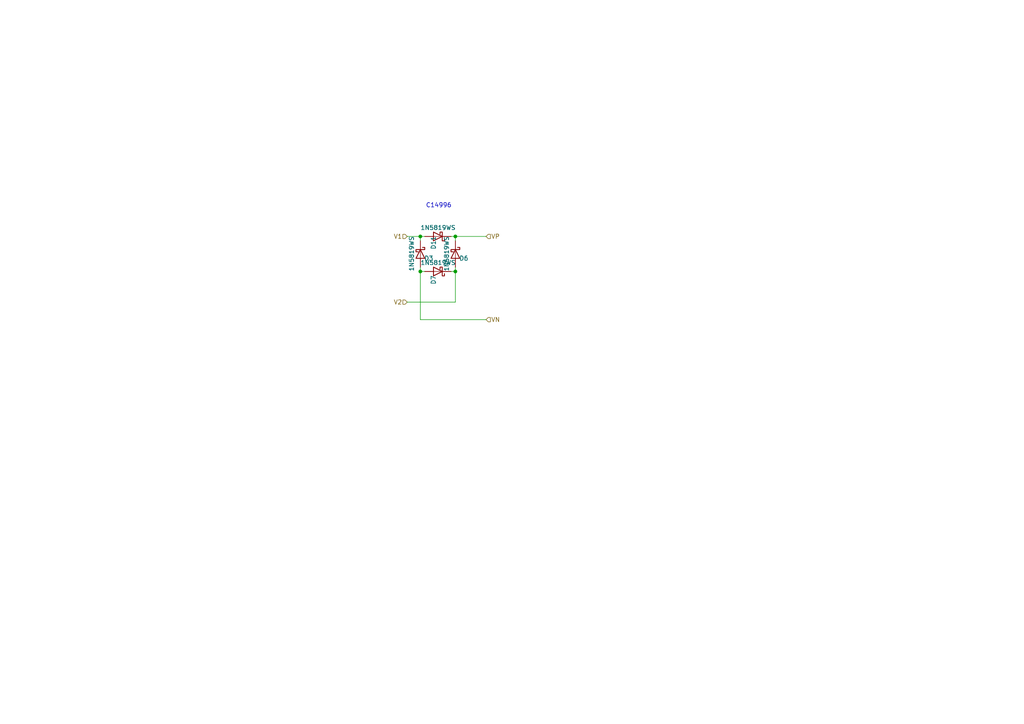
<source format=kicad_sch>
(kicad_sch (version 20231120) (generator "eeschema") (generator_version "8.0")
  (paper "A4")
  (lib_symbols
    (symbol "Device:D_Schottky" (pin_numbers hide) (pin_names (offset 1.016) hide)
      (property "Reference" "D" (at 0 2.54 0))
      (property "Value" "D_Schottky" (at 0 -2.54 0))
      (symbol "D_Schottky_0_1"
        (polyline (pts (xy 1.27 0) (xy -1.27 0)))
        (polyline (pts (xy 1.27 1.27) (xy 1.27 -1.27) (xy -1.27 0) (xy 1.27 1.27)) (stroke (width 0.254)))
        (polyline (pts (xy -1.905 0.635) (xy -1.905 1.27) (xy -1.27 1.27) (xy -1.27 -1.27) (xy -0.635 -1.27) (xy -0.635 -0.635)) (stroke (width 0.254)))
      )
      (symbol "D_Schottky_1_1"
        (pin passive line (at -3.81 0 0) (length 2.54) (name "K") (number "1"))
        (pin passive line (at 3.81 0 180) (length 2.54) (name "A") (number "2"))
      )
    )
  )
  (junction (at 132.08 78.74))
  (junction (at 132.08 68.58))
  (junction (at 121.92 78.74))
  (junction (at 121.92 68.58))
  (wire (pts (xy 132.08 68.58) (xy 140.97 68.58)))
  (wire (pts (xy 118.11 68.58) (xy 121.92 68.58)))
  (wire (pts (xy 130.81 78.74) (xy 132.08 78.74)))
  (wire (pts (xy 121.92 77.47) (xy 121.92 78.74)))
  (wire (pts (xy 132.08 78.74) (xy 132.08 77.47)))
  (wire (pts (xy 121.92 92.71) (xy 140.97 92.71)))
  (wire (pts (xy 132.08 69.85) (xy 132.08 68.58)))
  (wire (pts (xy 121.92 78.74) (xy 123.19 78.74)))
  (wire (pts (xy 121.92 68.58) (xy 121.92 69.85)))
  (wire (pts (xy 121.92 78.74) (xy 121.92 92.71)))
  (wire (pts (xy 118.11 87.63) (xy 132.08 87.63)))
  (wire (pts (xy 121.92 68.58) (xy 123.19 68.58)))
  (wire (pts (xy 130.81 68.58) (xy 132.08 68.58)))
  (wire (pts (xy 132.08 87.63) (xy 132.08 78.74)))
  (text "C14996" (at 127.254 59.69 0) (effects (font (size 1.27 1.27))))
  (hierarchical_label "V2" (shape input) (at 118.11 87.63 180))
  (hierarchical_label "V1" (shape input) (at 118.11 68.58 180))
  (hierarchical_label "VN" (shape input) (at 140.97 92.71 0))
  (hierarchical_label "VP" (shape input) (at 140.97 68.58 0))
  (symbol (lib_id "Device:D_Schottky") (at 127 78.74 180) (unit 1)
    (property "Reference" "D7" (at 125.73 82.55 90) (effects (justify right)))
    (property "Value" "1N5819WS" (at 121.92 76.2 0) (effects (justify right)))
    (property "Footprint" "Diode_SMD:D_SOD-323" (effects (hide yes)))
    (instances (project "ethnode" (path "" (reference "D7") (unit 1)) (path "" (reference "D5") (unit 1))))
  )
  (symbol (lib_id "Device:D_Schottky") (at 127 68.58 180) (unit 1)
    (property "Reference" "D11" (at 125.73 72.39 90) (effects (justify right)))
    (property "Value" "1N5819WS" (at 121.92 66.04 0) (effects (justify right)))
    (property "Footprint" "Diode_SMD:D_SOD-323" (effects (hide yes)))
    (instances (project "ethnode" (path "" (reference "D11") (unit 1)) (path "" (reference "D10") (unit 1))))
  )
  (symbol (lib_id "Device:D_Schottky") (at 121.92 73.66 270) (unit 1)
    (property "Reference" "D3" (at 125.73 74.93 90) (effects (justify right)))
    (property "Value" "1N5819WS" (at 119.38 78.74 0) (effects (justify right)))
    (property "Footprint" "Diode_SMD:D_SOD-323" (effects (hide yes)))
    (instances (project "ethnode" (path "" (reference "D3") (unit 1)) (path "" (reference "D2") (unit 1))))
  )
  (symbol (lib_id "Device:D_Schottky") (at 132.08 73.66 270) (unit 1)
    (property "Reference" "D6" (at 135.89 74.93 90) (effects (justify right)))
    (property "Value" "1N5819WS" (at 129.54 78.74 0) (effects (justify right)))
    (property "Footprint" "Diode_SMD:D_SOD-323" (effects (hide yes)))
    (instances (project "ethnode" (path "" (reference "D6") (unit 1)) (path "" (reference "D4") (unit 1))))
  )
)
</source>
